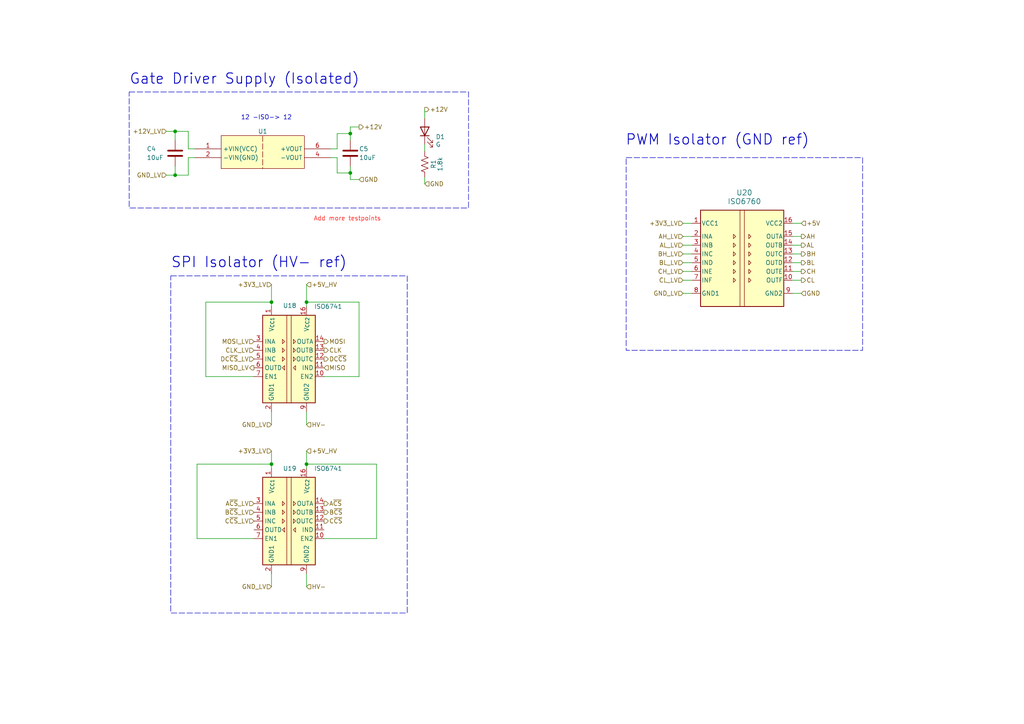
<source format=kicad_sch>
(kicad_sch (version 20231120) (generator "eeschema") (generator_version "8.0")
  (paper "A4")
  (lib_symbols
    (symbol "Device:C" (pin_numbers hide) (pin_names (offset 0.254))
      (property "Reference" "C" (at 0.635 2.54 0))
      (property "Value" "C" (at 0.635 -2.54 0))
      (symbol "C_0_1"
        (polyline (pts (xy -2.032 -0.762) (xy 2.032 -0.762)) (stroke (width 0.508)))
        (polyline (pts (xy -2.032 0.762) (xy 2.032 0.762)) (stroke (width 0.508)))
      )
      (symbol "C_1_1"
        (pin passive line (at 0 3.81 270) (length 2.794) (name "~") (number "1"))
        (pin passive line (at 0 -3.81 90) (length 2.794) (name "~") (number "2"))
      )
    )
    (symbol "Device:LED" (pin_numbers hide) (pin_names (offset 1.016) hide)
      (property "Reference" "D" (at 0 2.54 0))
      (property "Value" "LED" (at 0 -2.54 0))
      (symbol "LED_0_1"
        (polyline (pts (xy -1.27 -1.27) (xy -1.27 1.27)) (stroke (width 0.254)))
        (polyline (pts (xy -1.27 0) (xy 1.27 0)))
        (polyline (pts (xy 1.27 -1.27) (xy 1.27 1.27) (xy -1.27 0) (xy 1.27 -1.27)) (stroke (width 0.254)))
        (polyline (pts (xy -3.048 -0.762) (xy -4.572 -2.286) (xy -3.81 -2.286) (xy -4.572 -2.286) (xy -4.572 -1.524)))
        (polyline (pts (xy -1.778 -0.762) (xy -3.302 -2.286) (xy -2.54 -2.286) (xy -3.302 -2.286) (xy -3.302 -1.524)))
      )
      (symbol "LED_1_1"
        (pin passive line (at -3.81 0 0) (length 2.54) (name "K") (number "1"))
        (pin passive line (at 3.81 0 180) (length 2.54) (name "A") (number "2"))
      )
    )
    (symbol "Device:R_US" (pin_numbers hide) (pin_names (offset 0))
      (property "Reference" "R" (at 2.54 0 90))
      (property "Value" "R_US" (at -2.54 0 90))
      (symbol "R_US_0_1"
        (polyline (pts (xy 0 -2.286) (xy 0 -2.54)))
        (polyline (pts (xy 0 2.286) (xy 0 2.54)))
        (polyline (pts (xy 0 -0.762) (xy 1.016 -1.143) (xy 0 -1.524) (xy -1.016 -1.905) (xy 0 -2.286)))
        (polyline (pts (xy 0 0.762) (xy 1.016 0.381) (xy 0 0) (xy -1.016 -0.381) (xy 0 -0.762)))
        (polyline (pts (xy 0 2.286) (xy 1.016 1.905) (xy 0 1.524) (xy -1.016 1.143) (xy 0 0.762)))
      )
      (symbol "R_US_1_1"
        (pin passive line (at 0 3.81 270) (length 1.27) (name "~") (number "1"))
        (pin passive line (at 0 -3.81 90) (length 1.27) (name "~") (number "2"))
      )
    )
    (symbol "GTSR_symbol_lib_SD:TBA_2-1212"
      (property "Reference" "U" (at 0 0 0))
      (property "Value" "TBA 2-1212" (at 0 0 0))
      (symbol "TBA_2-1212_0_1"
        (rectangle (start -12.065 -6.35) (end 12.065 -15.875) (fill (type background)))
        (polyline (pts (xy 0 -6.35) (xy 0 -15.875)) (stroke (width 0) (type dash)))
        (pin power_in line (at -19.685 -10.16 0) (length 7.62) (name "+VIN(VCC)") (number "1"))
        (pin power_in line (at -19.685 -12.7 0) (length 7.62) (name "-VIN(GND)") (number "2"))
        (pin output line (at 19.685 -12.7 180) (length 7.62) (name "-VOUT") (number "4"))
        (pin output line (at 19.685 -10.16 180) (length 7.62) (name "+VOUT") (number "6"))
      )
    )
    (symbol "ISO6760:XISO6760FDWR" (pin_names (offset 0.254))
      (property "Reference" "U20" (at 20.32 10.16 0))
      (property "Value" "ISO6760" (at 20.32 7.62 0))
      (symbol "XISO6760FDWR_0_1"
        (pin power_in line (at 5.08 1.27 0) (length 2.54) (name "VCC1") (number "1"))
        (pin output line (at 34.29 -15.24 180) (length 2.54) (name "OUTF") (number "10"))
        (pin output line (at 34.29 -12.7 180) (length 2.54) (name "OUTE") (number "11"))
        (pin output line (at 34.29 -10.16 180) (length 2.54) (name "OUTD") (number "12"))
        (pin output line (at 34.29 -7.62 180) (length 2.54) (name "OUTC") (number "13"))
        (pin output line (at 34.29 -5.08 180) (length 2.54) (name "OUTB") (number "14"))
        (pin output line (at 34.29 -2.54 180) (length 2.54) (name "OUTA") (number "15"))
        (pin power_in line (at 34.29 1.27 180) (length 2.54) (name "VCC2") (number "16"))
        (pin input line (at 5.08 -2.54 0) (length 2.54) (name "INA") (number "2"))
        (pin input line (at 5.08 -5.08 0) (length 2.54) (name "INB") (number "3"))
        (pin input line (at 5.08 -7.62 0) (length 2.54) (name "INC") (number "4"))
        (pin input line (at 5.08 -10.16 0) (length 2.54) (name "IND") (number "5"))
        (pin input line (at 5.08 -12.7 0) (length 2.54) (name "INE") (number "6"))
        (pin input line (at 5.08 -15.24 0) (length 2.54) (name "INF") (number "7"))
        (pin power_out line (at 5.08 -19.05 0) (length 2.54) (name "GND1") (number "8"))
        (pin power_out line (at 34.29 -19.05 180) (length 2.54) (name "GND2") (number "9"))
      )
      (symbol "XISO6760FDWR_1_1"
        (polyline (pts (xy 19.05 5.08) (xy 19.05 -22.86)))
        (polyline (pts (xy 20.32 5.08) (xy 20.32 -22.86)))
        (polyline (pts (xy 17.78 -15.24) (xy 17.145 -14.605) (xy 17.145 -15.875) (xy 17.78 -15.24)))
        (polyline (pts (xy 17.78 -12.7) (xy 17.145 -12.065) (xy 17.145 -13.335) (xy 17.78 -12.7)))
        (polyline (pts (xy 17.78 -10.16) (xy 17.145 -9.525) (xy 17.145 -10.795) (xy 17.78 -10.16)))
        (polyline (pts (xy 17.78 -7.62) (xy 17.145 -6.985) (xy 17.145 -8.255) (xy 17.78 -7.62)))
        (polyline (pts (xy 17.78 -5.08) (xy 17.145 -4.445) (xy 17.145 -5.715) (xy 17.78 -5.08)))
        (polyline (pts (xy 17.78 -2.54) (xy 17.145 -1.905) (xy 17.145 -3.175) (xy 17.78 -2.54)))
        (polyline (pts (xy 22.225 -15.24) (xy 21.59 -14.605) (xy 21.59 -15.875) (xy 22.225 -15.24)))
        (polyline (pts (xy 22.225 -12.7) (xy 21.59 -12.065) (xy 21.59 -13.335) (xy 22.225 -12.7)))
        (polyline (pts (xy 22.225 -10.16) (xy 21.59 -9.525) (xy 21.59 -10.795) (xy 22.225 -10.16)))
        (polyline (pts (xy 22.225 -7.62) (xy 21.59 -6.985) (xy 21.59 -8.255) (xy 22.225 -7.62)))
        (polyline (pts (xy 22.225 -5.08) (xy 21.59 -4.445) (xy 21.59 -5.715) (xy 22.225 -5.08)))
        (polyline (pts (xy 22.225 -2.54) (xy 21.59 -1.905) (xy 21.59 -3.175) (xy 22.225 -2.54)))
        (rectangle (start 7.62 5.08) (end 31.75 -22.86) (stroke (width 0.254)) (fill (type background)))
      )
    )
    (symbol "Isolator:ISO6741"
      (property "Reference" "U" (at 8.255 14.605 0))
      (property "Value" "ISO6741" (at 8.255 12.065 0))
      (symbol "ISO6741_0_1"
        (rectangle (start -7.62 12.7) (end 7.62 -12.7) (stroke (width 0.254)) (fill (type background)))
        (polyline (pts (xy -0.635 12.7) (xy -0.635 -12.7)))
        (polyline (pts (xy 0.635 12.7) (xy 0.635 -12.7)))
      )
      (symbol "ISO6741_1_1"
        (polyline (pts (xy -1.905 -0.635) (xy -1.27 0) (xy -1.905 0.635) (xy -1.905 -0.635)))
        (polyline (pts (xy -1.905 3.175) (xy -1.27 2.54) (xy -1.905 1.905) (xy -1.905 3.175)))
        (polyline (pts (xy -1.905 5.715) (xy -1.27 5.08) (xy -1.905 4.445) (xy -1.905 5.715)))
        (polyline (pts (xy -1.27 -3.175) (xy -1.905 -2.54) (xy -1.27 -1.905) (xy -1.27 -3.175)))
        (polyline (pts (xy 1.27 -0.635) (xy 1.905 0) (xy 1.27 0.635) (xy 1.27 -0.635)))
        (polyline (pts (xy 1.27 3.175) (xy 1.905 2.54) (xy 1.27 1.905) (xy 1.27 3.175)))
        (polyline (pts (xy 1.27 5.715) (xy 1.905 5.08) (xy 1.27 4.445) (xy 1.27 5.715)))
        (polyline (pts (xy 1.905 -3.175) (xy 1.27 -2.54) (xy 1.905 -1.905) (xy 1.905 -3.175)))
        (pin power_in line (at -5.08 15.24 270) (length 2.54) (name "V_{CC1}") (number "1"))
        (pin input line (at 10.16 -5.08 180) (length 2.54) (name "EN2") (number "10"))
        (pin input line (at 10.16 -2.54 180) (length 2.54) (name "IND") (number "11"))
        (pin output line (at 10.16 0 180) (length 2.54) (name "OUTC") (number "12"))
        (pin output line (at 10.16 2.54 180) (length 2.54) (name "OUTB") (number "13"))
        (pin output line (at 10.16 5.08 180) (length 2.54) (name "OUTA") (number "14"))
        (pin passive line (at 5.08 -15.24 90) (length 2.54) hide (name "GND2") (number "15"))
        (pin power_in line (at 5.08 15.24 270) (length 2.54) (name "V_{CC2}") (number "16"))
        (pin power_in line (at -5.08 -15.24 90) (length 2.54) (name "GND1") (number "2"))
        (pin input line (at -10.16 5.08 0) (length 2.54) (name "INA") (number "3"))
        (pin input line (at -10.16 2.54 0) (length 2.54) (name "INB") (number "4"))
        (pin input line (at -10.16 0 0) (length 2.54) (name "INC") (number "5"))
        (pin output line (at -10.16 -2.54 0) (length 2.54) (name "OUTD") (number "6"))
        (pin input line (at -10.16 -5.08 0) (length 2.54) (name "EN1") (number "7"))
        (pin passive line (at -5.08 -15.24 90) (length 2.54) hide (name "GND1") (number "8"))
        (pin power_in line (at 5.08 -15.24 90) (length 2.54) (name "GND2") (number "9"))
      )
    )
  )
  (junction (at 78.74 87.63))
  (junction (at 101.6 50.165))
  (junction (at 50.8 38.1))
  (junction (at 101.6 38.735))
  (junction (at 88.9 87.63))
  (junction (at 78.74 134.62))
  (junction (at 88.9 134.62))
  (junction (at 50.8 50.8))
  (wire (pts (xy 73.66 156.21) (xy 57.15 156.21)))
  (wire (pts (xy 198.12 68.58) (xy 200.66 68.58)))
  (wire (pts (xy 73.66 109.22) (xy 59.69 109.22)))
  (wire (pts (xy 54.61 38.1) (xy 54.61 43.18)))
  (wire (pts (xy 232.41 64.77) (xy 229.87 64.77)))
  (wire (pts (xy 123.19 43.815) (xy 123.19 41.91)))
  (wire (pts (xy 48.26 50.8) (xy 50.8 50.8)))
  (wire (pts (xy 50.8 48.26) (xy 50.8 50.8)))
  (wire (pts (xy 57.15 134.62) (xy 78.74 134.62)))
  (wire (pts (xy 88.9 82.55) (xy 88.9 87.63)))
  (wire (pts (xy 198.12 71.12) (xy 200.66 71.12)))
  (wire (pts (xy 88.9 134.62) (xy 109.22 134.62)))
  (wire (pts (xy 101.6 52.07) (xy 104.14 52.07)))
  (wire (pts (xy 198.12 64.77) (xy 200.66 64.77)))
  (wire (pts (xy 95.885 43.18) (xy 97.79 43.18)))
  (wire (pts (xy 50.8 50.8) (xy 54.61 50.8)))
  (wire (pts (xy 78.74 134.62) (xy 78.74 135.89)))
  (wire (pts (xy 95.885 45.72) (xy 97.79 45.72)))
  (wire (pts (xy 48.26 38.1) (xy 50.8 38.1)))
  (wire (pts (xy 97.79 45.72) (xy 97.79 50.165)))
  (wire (pts (xy 101.6 48.26) (xy 101.6 50.165)))
  (wire (pts (xy 78.74 82.55) (xy 78.74 87.63)))
  (wire (pts (xy 54.61 45.72) (xy 54.61 50.8)))
  (wire (pts (xy 101.6 38.735) (xy 101.6 40.64)))
  (wire (pts (xy 88.9 123.19) (xy 88.9 119.38)))
  (wire (pts (xy 232.41 85.09) (xy 229.87 85.09)))
  (wire (pts (xy 232.41 71.12) (xy 229.87 71.12)))
  (wire (pts (xy 78.74 166.37) (xy 78.74 170.18)))
  (wire (pts (xy 101.6 36.83) (xy 104.14 36.83)))
  (wire (pts (xy 198.12 73.66) (xy 200.66 73.66)))
  (wire (pts (xy 232.41 68.58) (xy 229.87 68.58)))
  (wire (pts (xy 93.98 156.21) (xy 109.22 156.21)))
  (wire (pts (xy 59.69 87.63) (xy 78.74 87.63)))
  (wire (pts (xy 198.12 85.09) (xy 200.66 85.09)))
  (wire (pts (xy 88.9 130.81) (xy 88.9 134.62)))
  (wire (pts (xy 59.69 109.22) (xy 59.69 87.63)))
  (wire (pts (xy 123.19 31.75) (xy 123.19 34.29)))
  (wire (pts (xy 88.9 87.63) (xy 88.9 88.9)))
  (wire (pts (xy 88.9 134.62) (xy 88.9 135.89)))
  (wire (pts (xy 198.12 81.28) (xy 200.66 81.28)))
  (wire (pts (xy 104.14 109.22) (xy 104.14 87.63)))
  (wire (pts (xy 54.61 45.72) (xy 56.515 45.72)))
  (wire (pts (xy 109.22 156.21) (xy 109.22 134.62)))
  (wire (pts (xy 232.41 81.28) (xy 229.87 81.28)))
  (wire (pts (xy 97.79 50.165) (xy 101.6 50.165)))
  (wire (pts (xy 97.79 38.735) (xy 101.6 38.735)))
  (wire (pts (xy 57.15 156.21) (xy 57.15 134.62)))
  (wire (pts (xy 232.41 73.66) (xy 229.87 73.66)))
  (wire (pts (xy 78.74 119.38) (xy 78.74 123.19)))
  (wire (pts (xy 50.8 38.1) (xy 50.8 40.64)))
  (wire (pts (xy 198.12 76.2) (xy 200.66 76.2)))
  (wire (pts (xy 97.79 43.18) (xy 97.79 38.735)))
  (wire (pts (xy 198.12 78.74) (xy 200.66 78.74)))
  (wire (pts (xy 101.6 36.83) (xy 101.6 38.735)))
  (wire (pts (xy 101.6 52.07) (xy 101.6 50.165)))
  (wire (pts (xy 88.9 170.18) (xy 88.9 166.37)))
  (wire (pts (xy 88.9 87.63) (xy 104.14 87.63)))
  (wire (pts (xy 123.19 51.435) (xy 123.19 53.34)))
  (wire (pts (xy 232.41 78.74) (xy 229.87 78.74)))
  (wire (pts (xy 232.41 76.2) (xy 229.87 76.2)))
  (wire (pts (xy 54.61 43.18) (xy 56.515 43.18)))
  (wire (pts (xy 93.98 109.22) (xy 104.14 109.22)))
  (wire (pts (xy 78.74 87.63) (xy 78.74 88.9)))
  (wire (pts (xy 78.74 130.81) (xy 78.74 134.62)))
  (wire (pts (xy 50.8 38.1) (xy 54.61 38.1)))
  (rectangle (start 37.465 26.67) (end 135.89 60.325) (stroke (width 0) (type dash)))
  (rectangle (start 49.53 80.01) (end 118.11 177.8) (stroke (width 0) (type dash)))
  (rectangle (start 181.61 45.72) (end 250.19 101.6) (stroke (width 0) (type dash)))
  (text "Add more testpoints" (at 90.932 64.262 0) (effects (font (size 1.27 1.27)) (justify left bottom)))
  (text "12 -ISO-> 12" (at 69.85 34.925 0) (effects (font (size 1.27 1.27)) (justify left bottom)))
  (text "Gate Driver Supply (Isolated)" (at 37.465 24.765 0) (effects (font (size 3 3) (thickness 0.254) (bold yes)) (justify left bottom)))
  (text "SPI Isolator (HV- ref)" (at 49.53 77.978 0) (effects (font (size 3 3) (thickness 0.254) (bold yes)) (justify left bottom)))
  (text "PWM Isolator (GND ref)" (at 181.356 42.418 0) (effects (font (size 3 3) (thickness 0.254) (bold yes)) (justify left bottom)))
  (hierarchical_label "DC~{CS}_LV" (shape input) (at 73.66 104.14 180))
  (hierarchical_label "+5V_HV" (shape input) (at 88.9 130.81 0))
  (hierarchical_label "GND_LV" (shape input) (at 48.26 50.8 180))
  (hierarchical_label "BH" (shape output) (at 232.41 73.66 0))
  (hierarchical_label "CH" (shape output) (at 232.41 78.74 0))
  (hierarchical_label "+5V" (shape input) (at 232.41 64.77 0))
  (hierarchical_label "+3V3_LV" (shape input) (at 78.74 82.55 180))
  (hierarchical_label "GND" (shape input) (at 123.19 53.34 0))
  (hierarchical_label "+12V_LV" (shape input) (at 48.26 38.1 180))
  (hierarchical_label "AL" (shape output) (at 232.41 71.12 0))
  (hierarchical_label "MOSI" (shape output) (at 93.98 99.06 0))
  (hierarchical_label "AH_LV" (shape input) (at 198.12 68.58 180))
  (hierarchical_label "MISO_LV" (shape output) (at 73.66 106.68 180))
  (hierarchical_label "CH_LV" (shape input) (at 198.12 78.74 180))
  (hierarchical_label "HV-" (shape input) (at 88.9 170.18 0))
  (hierarchical_label "C~{CS}_LV" (shape input) (at 73.66 151.13 180))
  (hierarchical_label "GND" (shape input) (at 104.14 52.07 0))
  (hierarchical_label "B~{CS}" (shape output) (at 93.98 148.59 0))
  (hierarchical_label "MOSI_LV" (shape input) (at 73.66 99.06 180))
  (hierarchical_label "+12V" (shape output) (at 104.14 36.83 0))
  (hierarchical_label "AL_LV" (shape input) (at 198.12 71.12 180))
  (hierarchical_label "CLK_LV" (shape input) (at 73.66 101.6 180))
  (hierarchical_label "BL_LV" (shape input) (at 198.12 76.2 180))
  (hierarchical_label "+3V3_LV" (shape input) (at 198.12 64.77 180))
  (hierarchical_label "+12V" (shape output) (at 123.19 31.75 0))
  (hierarchical_label "C~{CS}" (shape output) (at 93.98 151.13 0))
  (hierarchical_label "GND_LV" (shape input) (at 78.74 123.19 180))
  (hierarchical_label "+3V3_LV" (shape input) (at 78.74 130.81 180))
  (hierarchical_label "B~{CS}_LV" (shape input) (at 73.66 148.59 180))
  (hierarchical_label "GND" (shape input) (at 232.41 85.09 0))
  (hierarchical_label "+5V_HV" (shape input) (at 88.9 82.55 0))
  (hierarchical_label "GND_LV" (shape input) (at 198.12 85.09 180))
  (hierarchical_label "AH" (shape output) (at 232.41 68.58 0))
  (hierarchical_label "CLK" (shape output) (at 93.98 101.6 0))
  (hierarchical_label "CL" (shape output) (at 232.41 81.28 0))
  (hierarchical_label "MISO" (shape input) (at 93.98 106.68 0))
  (hierarchical_label "CL_LV" (shape input) (at 198.12 81.28 180))
  (hierarchical_label "BL" (shape output) (at 232.41 76.2 0))
  (hierarchical_label "A~{CS}_LV" (shape input) (at 73.66 146.05 180))
  (hierarchical_label "GND_LV" (shape input) (at 78.74 170.18 180))
  (hierarchical_label "A~{CS}" (shape output) (at 93.98 146.05 0))
  (hierarchical_label "HV-" (shape input) (at 88.9 123.19 0))
  (hierarchical_label "BH_LV" (shape input) (at 198.12 73.66 180))
  (hierarchical_label "DC~{CS}" (shape output) (at 93.98 104.14 0))
  (symbol (lib_id "Device:C") (at 50.8 44.45 0) (unit 1)
    (property "Reference" "C4" (at 42.545 43.18 0) (effects (justify left)))
    (property "Value" "10uF" (at 42.545 45.72 0) (effects (justify left)))
    (property "Footprint" "Capacitor_SMD:C_0603_1608Metric_Pad1.08x0.95mm_HandSolder" (effects (hide yes)))
    (property "Datasheet" "https://www.digikey.com/en/products/detail/samsung-electro-mechanics/CL10A106MA8NRNC/3887527" (effects (hide yes)))
  )
  (symbol (lib_id "Isolator:ISO6741") (at 83.82 104.14 0) (unit 1)
    (property "Reference" "U18" (at 82.042 88.646 0) (effects (justify left)))
    (property "Value" "ISO6741" (at 91.0941 88.9 0) (effects (justify left)))
    (property "Footprint" "Package_SO:SOIC-16W_7.5x10.3mm_P1.27mm" (effects (hide yes)))
    (property "Datasheet" "https://www.ti.com/lit/ds/symlink/iso6741.pdf" (effects (hide yes)))
    (property "Description" "General-purpose, quad-channel, 3/1 digital isolator" (effects (hide yes)))
  )
  (symbol (lib_id "ISO6760:XISO6760FDWR") (at 195.58 66.04 0) (unit 1)
    (property "Reference" "U20" (at 215.9 55.88 0) (effects (font (size 1.524 1.524))))
    (property "Value" "ISO6760" (at 215.9 58.42 0) (effects (font (size 1.524 1.524))))
    (property "Footprint" "SOIC16_ISO6760_DW_TEX" (effects (hide yes)))
    (property "Datasheet" "XISO6760FDWR" (effects (hide yes)))
  )
  (symbol (lib_id "Device:C") (at 101.6 44.45 0) (mirror y) (unit 1)
    (property "Reference" "C5" (at 104.14 43.18 0) (effects (justify right)))
    (property "Value" "10uF" (at 104.14 45.72 0) (effects (justify right)))
    (property "Footprint" "Capacitor_SMD:C_0603_1608Metric_Pad1.08x0.95mm_HandSolder" (effects (hide yes)))
    (property "Datasheet" "https://www.digikey.com/en/products/detail/samsung-electro-mechanics/CL10A106MA8NRNC/3887527" (effects (hide yes)))
  )
  (symbol (lib_id "Device:LED") (at 123.19 38.1 90) (unit 1)
    (property "Reference" "D1" (at 126.365 39.6874 90) (effects (justify right)))
    (property "Value" "G" (at 126.365 41.91 90) (effects (justify right)))
    (property "Footprint" "LED_SMD:LED_0603_1608Metric_Pad1.05x0.95mm_HandSolder" (effects (hide yes)))
    (property "Datasheet" "https://www.digikey.com/en/products/detail/liteon/LTST-C193TGKT-5A/2356246" (effects (hide yes)))
  )
  (symbol (lib_id "Device:R_US") (at 123.19 47.625 180) (unit 1)
    (property "Reference" "R1" (at 125.73 47.625 90))
    (property "Value" "1.8k" (at 127.635 47.625 90))
    (property "Footprint" "Resistor_SMD:R_0603_1608Metric_Pad0.98x0.95mm_HandSolder" (effects (hide yes)))
    (property "Datasheet" "https://www.digikey.com/en/products/detail/stackpole-electronics-inc/RMCF0603JT1K80/1758097" (effects (hide yes)))
  )
  (symbol (lib_id "GTSR_symbol_lib_SD:TBA_2-1212") (at 76.2 33.02 0) (unit 1)
    (property "Reference" "U1" (at 76.2 38.1 0))
    (property "Value" "TBA 2-1212" (effects (hide yes)))
    (property "Footprint" "GTSR_KiCAD_Footprints_SD:TBA 2_SINGLE_TRP" (effects (hide yes)))
    (property "Datasheet" "https://www.digikey.com/en/products/detail/traco-power/TBA-2-1212/9698338" (effects (hide yes)))
  )
  (symbol (lib_id "Isolator:ISO6741") (at 83.82 151.13 0) (unit 1)
    (property "Reference" "U19" (at 82.042 135.89 0) (effects (justify left)))
    (property "Value" "ISO6741" (at 91.0941 135.89 0) (effects (justify left)))
    (property "Footprint" "Package_SO:SOIC-16W_7.5x10.3mm_P1.27mm" (effects (hide yes)))
    (property "Datasheet" "https://www.ti.com/lit/ds/symlink/iso6741.pdf" (effects (hide yes)))
    (property "Description" "General-purpose, quad-channel, 3/1 digital isolator" (effects (hide yes)))
  )
)
</source>
